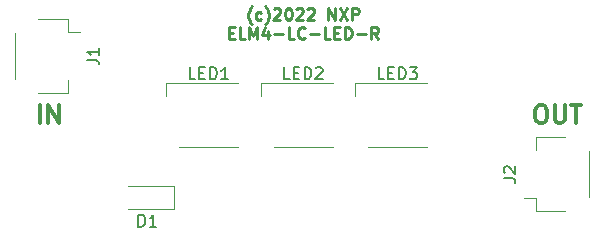
<source format=gbr>
%TF.GenerationSoftware,KiCad,Pcbnew,6.0.4-6f826c9f35~116~ubuntu20.04.1*%
%TF.CreationDate,2022-04-27T15:38:57-05:00*%
%TF.ProjectId,lc-led-flipped,6c632d6c-6564-42d6-966c-69707065642e,rev?*%
%TF.SameCoordinates,Original*%
%TF.FileFunction,Legend,Top*%
%TF.FilePolarity,Positive*%
%FSLAX46Y46*%
G04 Gerber Fmt 4.6, Leading zero omitted, Abs format (unit mm)*
G04 Created by KiCad (PCBNEW 6.0.4-6f826c9f35~116~ubuntu20.04.1) date 2022-04-27 15:38:57*
%MOMM*%
%LPD*%
G01*
G04 APERTURE LIST*
%ADD10C,0.375000*%
%ADD11C,0.250000*%
%ADD12C,0.150000*%
%ADD13C,0.120000*%
G04 APERTURE END LIST*
D10*
X116214285Y-102278571D02*
X116214285Y-100778571D01*
X116928571Y-102278571D02*
X116928571Y-100778571D01*
X117785714Y-102278571D01*
X117785714Y-100778571D01*
D11*
X134142857Y-93928333D02*
X134095238Y-93880714D01*
X134000000Y-93737857D01*
X133952380Y-93642619D01*
X133904761Y-93499761D01*
X133857142Y-93261666D01*
X133857142Y-93071190D01*
X133904761Y-92833095D01*
X133952380Y-92690238D01*
X134000000Y-92595000D01*
X134095238Y-92452142D01*
X134142857Y-92404523D01*
X134952380Y-93499761D02*
X134857142Y-93547380D01*
X134666666Y-93547380D01*
X134571428Y-93499761D01*
X134523809Y-93452142D01*
X134476190Y-93356904D01*
X134476190Y-93071190D01*
X134523809Y-92975952D01*
X134571428Y-92928333D01*
X134666666Y-92880714D01*
X134857142Y-92880714D01*
X134952380Y-92928333D01*
X135285714Y-93928333D02*
X135333333Y-93880714D01*
X135428571Y-93737857D01*
X135476190Y-93642619D01*
X135523809Y-93499761D01*
X135571428Y-93261666D01*
X135571428Y-93071190D01*
X135523809Y-92833095D01*
X135476190Y-92690238D01*
X135428571Y-92595000D01*
X135333333Y-92452142D01*
X135285714Y-92404523D01*
X136000000Y-92642619D02*
X136047619Y-92595000D01*
X136142857Y-92547380D01*
X136380952Y-92547380D01*
X136476190Y-92595000D01*
X136523809Y-92642619D01*
X136571428Y-92737857D01*
X136571428Y-92833095D01*
X136523809Y-92975952D01*
X135952380Y-93547380D01*
X136571428Y-93547380D01*
X137190476Y-92547380D02*
X137285714Y-92547380D01*
X137380952Y-92595000D01*
X137428571Y-92642619D01*
X137476190Y-92737857D01*
X137523809Y-92928333D01*
X137523809Y-93166428D01*
X137476190Y-93356904D01*
X137428571Y-93452142D01*
X137380952Y-93499761D01*
X137285714Y-93547380D01*
X137190476Y-93547380D01*
X137095238Y-93499761D01*
X137047619Y-93452142D01*
X137000000Y-93356904D01*
X136952380Y-93166428D01*
X136952380Y-92928333D01*
X137000000Y-92737857D01*
X137047619Y-92642619D01*
X137095238Y-92595000D01*
X137190476Y-92547380D01*
X137904761Y-92642619D02*
X137952380Y-92595000D01*
X138047619Y-92547380D01*
X138285714Y-92547380D01*
X138380952Y-92595000D01*
X138428571Y-92642619D01*
X138476190Y-92737857D01*
X138476190Y-92833095D01*
X138428571Y-92975952D01*
X137857142Y-93547380D01*
X138476190Y-93547380D01*
X138857142Y-92642619D02*
X138904761Y-92595000D01*
X139000000Y-92547380D01*
X139238095Y-92547380D01*
X139333333Y-92595000D01*
X139380952Y-92642619D01*
X139428571Y-92737857D01*
X139428571Y-92833095D01*
X139380952Y-92975952D01*
X138809523Y-93547380D01*
X139428571Y-93547380D01*
X140619047Y-93547380D02*
X140619047Y-92547380D01*
X141190476Y-93547380D01*
X141190476Y-92547380D01*
X141571428Y-92547380D02*
X142238095Y-93547380D01*
X142238095Y-92547380D02*
X141571428Y-93547380D01*
X142619047Y-93547380D02*
X142619047Y-92547380D01*
X143000000Y-92547380D01*
X143095238Y-92595000D01*
X143142857Y-92642619D01*
X143190476Y-92737857D01*
X143190476Y-92880714D01*
X143142857Y-92975952D01*
X143095238Y-93023571D01*
X143000000Y-93071190D01*
X142619047Y-93071190D01*
X132214285Y-94633571D02*
X132547619Y-94633571D01*
X132690476Y-95157380D02*
X132214285Y-95157380D01*
X132214285Y-94157380D01*
X132690476Y-94157380D01*
X133595238Y-95157380D02*
X133119047Y-95157380D01*
X133119047Y-94157380D01*
X133928571Y-95157380D02*
X133928571Y-94157380D01*
X134261904Y-94871666D01*
X134595238Y-94157380D01*
X134595238Y-95157380D01*
X135500000Y-94490714D02*
X135500000Y-95157380D01*
X135261904Y-94109761D02*
X135023809Y-94824047D01*
X135642857Y-94824047D01*
X136023809Y-94776428D02*
X136785714Y-94776428D01*
X137738095Y-95157380D02*
X137261904Y-95157380D01*
X137261904Y-94157380D01*
X138642857Y-95062142D02*
X138595238Y-95109761D01*
X138452380Y-95157380D01*
X138357142Y-95157380D01*
X138214285Y-95109761D01*
X138119047Y-95014523D01*
X138071428Y-94919285D01*
X138023809Y-94728809D01*
X138023809Y-94585952D01*
X138071428Y-94395476D01*
X138119047Y-94300238D01*
X138214285Y-94205000D01*
X138357142Y-94157380D01*
X138452380Y-94157380D01*
X138595238Y-94205000D01*
X138642857Y-94252619D01*
X139071428Y-94776428D02*
X139833333Y-94776428D01*
X140785714Y-95157380D02*
X140309523Y-95157380D01*
X140309523Y-94157380D01*
X141119047Y-94633571D02*
X141452380Y-94633571D01*
X141595238Y-95157380D02*
X141119047Y-95157380D01*
X141119047Y-94157380D01*
X141595238Y-94157380D01*
X142023809Y-95157380D02*
X142023809Y-94157380D01*
X142261904Y-94157380D01*
X142404761Y-94205000D01*
X142500000Y-94300238D01*
X142547619Y-94395476D01*
X142595238Y-94585952D01*
X142595238Y-94728809D01*
X142547619Y-94919285D01*
X142500000Y-95014523D01*
X142404761Y-95109761D01*
X142261904Y-95157380D01*
X142023809Y-95157380D01*
X143023809Y-94776428D02*
X143785714Y-94776428D01*
X144833333Y-95157380D02*
X144500000Y-94681190D01*
X144261904Y-95157380D02*
X144261904Y-94157380D01*
X144642857Y-94157380D01*
X144738095Y-94205000D01*
X144785714Y-94252619D01*
X144833333Y-94347857D01*
X144833333Y-94490714D01*
X144785714Y-94585952D01*
X144738095Y-94633571D01*
X144642857Y-94681190D01*
X144261904Y-94681190D01*
D10*
X158500000Y-100778571D02*
X158785714Y-100778571D01*
X158928571Y-100850000D01*
X159071428Y-100992857D01*
X159142857Y-101278571D01*
X159142857Y-101778571D01*
X159071428Y-102064285D01*
X158928571Y-102207142D01*
X158785714Y-102278571D01*
X158500000Y-102278571D01*
X158357142Y-102207142D01*
X158214285Y-102064285D01*
X158142857Y-101778571D01*
X158142857Y-101278571D01*
X158214285Y-100992857D01*
X158357142Y-100850000D01*
X158500000Y-100778571D01*
X159785714Y-100778571D02*
X159785714Y-101992857D01*
X159857142Y-102135714D01*
X159928571Y-102207142D01*
X160071428Y-102278571D01*
X160357142Y-102278571D01*
X160500000Y-102207142D01*
X160571428Y-102135714D01*
X160642857Y-101992857D01*
X160642857Y-100778571D01*
X161142857Y-100778571D02*
X162000000Y-100778571D01*
X161571428Y-102278571D02*
X161571428Y-100778571D01*
D12*
%TO.C,LED1*%
X129366738Y-98552380D02*
X128890547Y-98552380D01*
X128890547Y-97552380D01*
X129700071Y-98028571D02*
X130033405Y-98028571D01*
X130176262Y-98552380D02*
X129700071Y-98552380D01*
X129700071Y-97552380D01*
X130176262Y-97552380D01*
X130604833Y-98552380D02*
X130604833Y-97552380D01*
X130842928Y-97552380D01*
X130985786Y-97600000D01*
X131081024Y-97695238D01*
X131128643Y-97790476D01*
X131176262Y-97980952D01*
X131176262Y-98123809D01*
X131128643Y-98314285D01*
X131081024Y-98409523D01*
X130985786Y-98504761D01*
X130842928Y-98552380D01*
X130604833Y-98552380D01*
X132128643Y-98552380D02*
X131557214Y-98552380D01*
X131842928Y-98552380D02*
X131842928Y-97552380D01*
X131747690Y-97695238D01*
X131652452Y-97790476D01*
X131557214Y-97838095D01*
%TO.C,J2*%
X155458166Y-106933333D02*
X156172452Y-106933333D01*
X156315309Y-106980952D01*
X156410547Y-107076190D01*
X156458166Y-107219047D01*
X156458166Y-107314285D01*
X155553405Y-106504761D02*
X155505786Y-106457142D01*
X155458166Y-106361904D01*
X155458166Y-106123809D01*
X155505786Y-106028571D01*
X155553405Y-105980952D01*
X155648643Y-105933333D01*
X155743881Y-105933333D01*
X155886738Y-105980952D01*
X156458166Y-106552380D01*
X156458166Y-105933333D01*
%TO.C,LED2*%
X137366738Y-98552380D02*
X136890547Y-98552380D01*
X136890547Y-97552380D01*
X137700071Y-98028571D02*
X138033405Y-98028571D01*
X138176262Y-98552380D02*
X137700071Y-98552380D01*
X137700071Y-97552380D01*
X138176262Y-97552380D01*
X138604833Y-98552380D02*
X138604833Y-97552380D01*
X138842928Y-97552380D01*
X138985786Y-97600000D01*
X139081024Y-97695238D01*
X139128643Y-97790476D01*
X139176262Y-97980952D01*
X139176262Y-98123809D01*
X139128643Y-98314285D01*
X139081024Y-98409523D01*
X138985786Y-98504761D01*
X138842928Y-98552380D01*
X138604833Y-98552380D01*
X139557214Y-97647619D02*
X139604833Y-97600000D01*
X139700071Y-97552380D01*
X139938166Y-97552380D01*
X140033405Y-97600000D01*
X140081024Y-97647619D01*
X140128643Y-97742857D01*
X140128643Y-97838095D01*
X140081024Y-97980952D01*
X139509595Y-98552380D01*
X140128643Y-98552380D01*
%TO.C,D1*%
X124547690Y-111038166D02*
X124547690Y-110038166D01*
X124785786Y-110038166D01*
X124928643Y-110085786D01*
X125023881Y-110181024D01*
X125071500Y-110276262D01*
X125119119Y-110466738D01*
X125119119Y-110609595D01*
X125071500Y-110800071D01*
X125023881Y-110895309D01*
X124928643Y-110990547D01*
X124785786Y-111038166D01*
X124547690Y-111038166D01*
X126071500Y-111038166D02*
X125500071Y-111038166D01*
X125785786Y-111038166D02*
X125785786Y-110038166D01*
X125690547Y-110181024D01*
X125595309Y-110276262D01*
X125500071Y-110323881D01*
%TO.C,LED3*%
X145366738Y-98552380D02*
X144890547Y-98552380D01*
X144890547Y-97552380D01*
X145700071Y-98028571D02*
X146033405Y-98028571D01*
X146176262Y-98552380D02*
X145700071Y-98552380D01*
X145700071Y-97552380D01*
X146176262Y-97552380D01*
X146604833Y-98552380D02*
X146604833Y-97552380D01*
X146842928Y-97552380D01*
X146985786Y-97600000D01*
X147081024Y-97695238D01*
X147128643Y-97790476D01*
X147176262Y-97980952D01*
X147176262Y-98123809D01*
X147128643Y-98314285D01*
X147081024Y-98409523D01*
X146985786Y-98504761D01*
X146842928Y-98552380D01*
X146604833Y-98552380D01*
X147509595Y-97552380D02*
X148128643Y-97552380D01*
X147795309Y-97933333D01*
X147938166Y-97933333D01*
X148033405Y-97980952D01*
X148081024Y-98028571D01*
X148128643Y-98123809D01*
X148128643Y-98361904D01*
X148081024Y-98457142D01*
X148033405Y-98504761D01*
X147938166Y-98552380D01*
X147652452Y-98552380D01*
X147557214Y-98504761D01*
X147509595Y-98457142D01*
%TO.C,J1*%
X120218166Y-96933333D02*
X120932452Y-96933333D01*
X121075309Y-96980952D01*
X121170547Y-97076190D01*
X121218166Y-97219047D01*
X121218166Y-97314285D01*
X121218166Y-95933333D02*
X121218166Y-96504761D01*
X121218166Y-96219047D02*
X120218166Y-96219047D01*
X120361024Y-96314285D01*
X120456262Y-96409523D01*
X120503881Y-96504761D01*
D13*
%TO.C,LED1*%
X126885786Y-98900000D02*
X132985786Y-98900000D01*
X132985786Y-104300000D02*
X127985786Y-104300000D01*
X126885786Y-100000000D02*
X126885786Y-98900000D01*
%TO.C,J2*%
X158200786Y-109710000D02*
X158200786Y-108660000D01*
X162670786Y-108540000D02*
X162670786Y-104660000D01*
X158200786Y-103490000D02*
X158200786Y-104540000D01*
X158200786Y-108660000D02*
X157210786Y-108660000D01*
X160700786Y-109710000D02*
X158200786Y-109710000D01*
X160700786Y-103490000D02*
X158200786Y-103490000D01*
%TO.C,LED2*%
X140985786Y-104300000D02*
X135985786Y-104300000D01*
X134885786Y-98900000D02*
X140985786Y-98900000D01*
X134885786Y-100000000D02*
X134885786Y-98900000D01*
%TO.C,D1*%
X127535786Y-109585786D02*
X123635786Y-109585786D01*
X127535786Y-107585786D02*
X123635786Y-107585786D01*
X127535786Y-109585786D02*
X127535786Y-107585786D01*
%TO.C,LED3*%
X142885786Y-98900000D02*
X148985786Y-98900000D01*
X142885786Y-100000000D02*
X142885786Y-98900000D01*
X148985786Y-104300000D02*
X143985786Y-104300000D01*
%TO.C,J1*%
X118570786Y-94540000D02*
X119560786Y-94540000D01*
X118570786Y-93490000D02*
X118570786Y-94540000D01*
X118570786Y-99710000D02*
X118570786Y-98660000D01*
X114100786Y-94660000D02*
X114100786Y-98540000D01*
X116070786Y-93490000D02*
X118570786Y-93490000D01*
X116070786Y-99710000D02*
X118570786Y-99710000D01*
%TD*%
M02*

</source>
